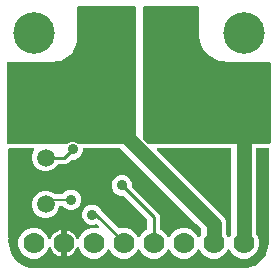
<source format=gbr>
G04 EAGLE Gerber RS-274X export*
G75*
%MOMM*%
%FSLAX34Y34*%
%LPD*%
%INBottom Copper*%
%IPPOS*%
%AMOC8*
5,1,8,0,0,1.08239X$1,22.5*%
G01*
%ADD10C,3.516000*%
%ADD11C,2.184400*%
%ADD12C,1.500000*%
%ADD13C,1.778000*%
%ADD14C,0.906400*%
%ADD15C,1.270000*%
%ADD16C,0.889000*%
%ADD17C,0.254000*%
%ADD18C,0.203200*%

G36*
X200109Y4076D02*
X200109Y4076D01*
X200199Y4077D01*
X200257Y4093D01*
X202205Y4065D01*
X202211Y4066D01*
X202224Y4065D01*
X202271Y4065D01*
X202291Y4067D01*
X202352Y4067D01*
X205585Y4274D01*
X205653Y4287D01*
X205722Y4290D01*
X205879Y4328D01*
X212068Y6239D01*
X212176Y6288D01*
X212287Y6330D01*
X212339Y6362D01*
X212358Y6371D01*
X212373Y6383D01*
X212424Y6415D01*
X217720Y10145D01*
X217808Y10225D01*
X217900Y10299D01*
X217940Y10345D01*
X217955Y10359D01*
X217966Y10376D01*
X218005Y10422D01*
X221889Y15606D01*
X221947Y15709D01*
X222012Y15808D01*
X222036Y15864D01*
X222046Y15882D01*
X222051Y15902D01*
X222074Y15957D01*
X224166Y22088D01*
X224180Y22155D01*
X224203Y22220D01*
X224228Y22379D01*
X224530Y25608D01*
X224529Y25629D01*
X224535Y25726D01*
X224535Y105156D01*
X224520Y105274D01*
X224513Y105393D01*
X224500Y105431D01*
X224495Y105472D01*
X224452Y105582D01*
X224415Y105695D01*
X224393Y105730D01*
X224378Y105767D01*
X224309Y105863D01*
X224245Y105964D01*
X224215Y105992D01*
X224192Y106025D01*
X224100Y106100D01*
X224013Y106182D01*
X223978Y106202D01*
X223947Y106227D01*
X223839Y106278D01*
X223735Y106336D01*
X223695Y106346D01*
X223659Y106363D01*
X223542Y106385D01*
X223427Y106415D01*
X223367Y106419D01*
X223347Y106423D01*
X223326Y106421D01*
X223266Y106425D01*
X214884Y106425D01*
X214766Y106410D01*
X214647Y106403D01*
X214609Y106390D01*
X214568Y106385D01*
X214458Y106342D01*
X214345Y106305D01*
X214310Y106283D01*
X214273Y106268D01*
X214177Y106198D01*
X214076Y106135D01*
X214048Y106105D01*
X214015Y106082D01*
X213939Y105990D01*
X213858Y105903D01*
X213838Y105868D01*
X213813Y105837D01*
X213762Y105729D01*
X213704Y105625D01*
X213694Y105585D01*
X213677Y105549D01*
X213655Y105432D01*
X213625Y105317D01*
X213621Y105256D01*
X213617Y105236D01*
X213619Y105216D01*
X213615Y105156D01*
X213615Y33832D01*
X213627Y33734D01*
X213630Y33635D01*
X213647Y33576D01*
X213655Y33516D01*
X213691Y33424D01*
X213719Y33329D01*
X213749Y33277D01*
X213772Y33221D01*
X213830Y33141D01*
X213880Y33055D01*
X213946Y32980D01*
X213958Y32963D01*
X213968Y32955D01*
X213986Y32934D01*
X214183Y32738D01*
X216155Y27977D01*
X216155Y22823D01*
X214183Y18062D01*
X210538Y14417D01*
X205777Y12445D01*
X200623Y12445D01*
X195862Y14417D01*
X192217Y18062D01*
X191673Y19377D01*
X191604Y19498D01*
X191539Y19621D01*
X191525Y19636D01*
X191515Y19653D01*
X191418Y19754D01*
X191325Y19856D01*
X191308Y19867D01*
X191294Y19882D01*
X191175Y19955D01*
X191059Y20031D01*
X191040Y20038D01*
X191023Y20048D01*
X190890Y20089D01*
X190758Y20134D01*
X190738Y20136D01*
X190719Y20142D01*
X190580Y20148D01*
X190441Y20159D01*
X190421Y20156D01*
X190401Y20157D01*
X190265Y20129D01*
X190128Y20105D01*
X190109Y20097D01*
X190090Y20093D01*
X189964Y20031D01*
X189838Y19974D01*
X189822Y19962D01*
X189804Y19953D01*
X189698Y19863D01*
X189590Y19776D01*
X189577Y19760D01*
X189562Y19747D01*
X189482Y19633D01*
X189398Y19522D01*
X189386Y19497D01*
X189379Y19486D01*
X189372Y19467D01*
X189327Y19377D01*
X188782Y18062D01*
X185138Y14417D01*
X180377Y12445D01*
X175223Y12445D01*
X170462Y14417D01*
X166817Y18062D01*
X166273Y19377D01*
X166204Y19498D01*
X166139Y19621D01*
X166125Y19636D01*
X166115Y19653D01*
X166018Y19754D01*
X165925Y19856D01*
X165908Y19867D01*
X165894Y19882D01*
X165775Y19955D01*
X165659Y20031D01*
X165640Y20038D01*
X165623Y20048D01*
X165490Y20089D01*
X165358Y20134D01*
X165338Y20136D01*
X165319Y20142D01*
X165180Y20148D01*
X165041Y20159D01*
X165021Y20156D01*
X165001Y20157D01*
X164865Y20129D01*
X164728Y20105D01*
X164709Y20097D01*
X164690Y20093D01*
X164564Y20031D01*
X164438Y19974D01*
X164422Y19962D01*
X164404Y19953D01*
X164298Y19863D01*
X164190Y19776D01*
X164177Y19760D01*
X164162Y19747D01*
X164082Y19633D01*
X163998Y19522D01*
X163986Y19497D01*
X163979Y19486D01*
X163972Y19467D01*
X163927Y19377D01*
X163382Y18062D01*
X159738Y14417D01*
X154977Y12445D01*
X149823Y12445D01*
X145062Y14417D01*
X141417Y18062D01*
X140873Y19377D01*
X140804Y19498D01*
X140739Y19621D01*
X140725Y19636D01*
X140715Y19653D01*
X140618Y19754D01*
X140525Y19856D01*
X140508Y19867D01*
X140494Y19882D01*
X140375Y19955D01*
X140259Y20031D01*
X140240Y20038D01*
X140223Y20048D01*
X140090Y20089D01*
X139958Y20134D01*
X139938Y20136D01*
X139919Y20142D01*
X139780Y20148D01*
X139641Y20159D01*
X139621Y20156D01*
X139601Y20157D01*
X139465Y20129D01*
X139328Y20105D01*
X139309Y20097D01*
X139290Y20093D01*
X139164Y20031D01*
X139038Y19974D01*
X139022Y19962D01*
X139004Y19953D01*
X138898Y19863D01*
X138790Y19776D01*
X138777Y19760D01*
X138762Y19747D01*
X138682Y19633D01*
X138598Y19522D01*
X138586Y19497D01*
X138579Y19486D01*
X138572Y19467D01*
X138527Y19377D01*
X137982Y18062D01*
X134338Y14417D01*
X129577Y12445D01*
X124423Y12445D01*
X119662Y14417D01*
X116017Y18062D01*
X115473Y19377D01*
X115404Y19498D01*
X115339Y19621D01*
X115325Y19636D01*
X115315Y19653D01*
X115218Y19754D01*
X115125Y19856D01*
X115108Y19867D01*
X115094Y19882D01*
X114975Y19955D01*
X114859Y20031D01*
X114840Y20038D01*
X114823Y20048D01*
X114690Y20089D01*
X114558Y20134D01*
X114538Y20136D01*
X114519Y20142D01*
X114380Y20148D01*
X114241Y20159D01*
X114221Y20156D01*
X114201Y20157D01*
X114065Y20129D01*
X113928Y20105D01*
X113909Y20097D01*
X113890Y20093D01*
X113764Y20031D01*
X113638Y19974D01*
X113622Y19962D01*
X113604Y19953D01*
X113498Y19863D01*
X113390Y19776D01*
X113377Y19760D01*
X113362Y19747D01*
X113282Y19633D01*
X113198Y19522D01*
X113186Y19497D01*
X113179Y19486D01*
X113172Y19467D01*
X113127Y19377D01*
X112582Y18062D01*
X108938Y14417D01*
X104177Y12445D01*
X99023Y12445D01*
X94262Y14417D01*
X90617Y18062D01*
X90073Y19377D01*
X90004Y19498D01*
X89939Y19621D01*
X89925Y19636D01*
X89915Y19653D01*
X89818Y19754D01*
X89725Y19856D01*
X89708Y19867D01*
X89694Y19882D01*
X89575Y19955D01*
X89459Y20031D01*
X89440Y20038D01*
X89423Y20048D01*
X89290Y20089D01*
X89158Y20134D01*
X89138Y20136D01*
X89119Y20142D01*
X88980Y20148D01*
X88841Y20159D01*
X88821Y20156D01*
X88801Y20157D01*
X88665Y20129D01*
X88528Y20105D01*
X88509Y20097D01*
X88490Y20093D01*
X88364Y20031D01*
X88238Y19974D01*
X88222Y19962D01*
X88204Y19953D01*
X88098Y19863D01*
X87990Y19776D01*
X87977Y19760D01*
X87962Y19747D01*
X87882Y19633D01*
X87798Y19522D01*
X87786Y19497D01*
X87779Y19486D01*
X87772Y19467D01*
X87727Y19377D01*
X87182Y18062D01*
X83538Y14417D01*
X78777Y12445D01*
X73623Y12445D01*
X68862Y14417D01*
X65217Y18062D01*
X63854Y21354D01*
X63839Y21380D01*
X63830Y21408D01*
X63760Y21518D01*
X63696Y21630D01*
X63675Y21652D01*
X63659Y21677D01*
X63565Y21766D01*
X63475Y21859D01*
X63449Y21874D01*
X63428Y21895D01*
X63314Y21957D01*
X63204Y22025D01*
X63175Y22034D01*
X63149Y22048D01*
X63024Y22081D01*
X62900Y22119D01*
X62870Y22120D01*
X62841Y22128D01*
X62711Y22128D01*
X62582Y22134D01*
X62553Y22128D01*
X62523Y22128D01*
X62398Y22096D01*
X62271Y22069D01*
X62244Y22056D01*
X62215Y22049D01*
X62102Y21987D01*
X61985Y21930D01*
X61962Y21910D01*
X61936Y21896D01*
X61842Y21808D01*
X61743Y21723D01*
X61726Y21699D01*
X61704Y21679D01*
X61635Y21569D01*
X61560Y21463D01*
X61549Y21435D01*
X61533Y21410D01*
X61474Y21261D01*
X61393Y21012D01*
X60577Y19409D01*
X59519Y17953D01*
X58247Y16681D01*
X56791Y15623D01*
X55188Y14807D01*
X53477Y14251D01*
X53299Y14223D01*
X53299Y24170D01*
X53284Y24288D01*
X53277Y24407D01*
X53264Y24445D01*
X53259Y24485D01*
X53216Y24596D01*
X53179Y24709D01*
X53157Y24743D01*
X53142Y24781D01*
X53073Y24877D01*
X53009Y24978D01*
X52979Y25006D01*
X52956Y25038D01*
X52864Y25114D01*
X52777Y25196D01*
X52742Y25215D01*
X52711Y25241D01*
X52603Y25292D01*
X52499Y25349D01*
X52459Y25359D01*
X52423Y25377D01*
X52316Y25397D01*
X52346Y25401D01*
X52456Y25445D01*
X52569Y25481D01*
X52604Y25503D01*
X52641Y25518D01*
X52737Y25588D01*
X52838Y25651D01*
X52866Y25681D01*
X52899Y25705D01*
X52975Y25796D01*
X53056Y25883D01*
X53076Y25918D01*
X53101Y25950D01*
X53152Y26057D01*
X53210Y26162D01*
X53220Y26201D01*
X53237Y26237D01*
X53259Y26354D01*
X53289Y26470D01*
X53293Y26530D01*
X53297Y26550D01*
X53295Y26570D01*
X53299Y26630D01*
X53299Y36577D01*
X53477Y36549D01*
X55188Y35993D01*
X56791Y35177D01*
X58247Y34119D01*
X59519Y32847D01*
X60577Y31391D01*
X61393Y29788D01*
X61474Y29539D01*
X61487Y29512D01*
X61494Y29483D01*
X61554Y29369D01*
X61609Y29252D01*
X61628Y29229D01*
X61642Y29202D01*
X61730Y29106D01*
X61812Y29007D01*
X61836Y28989D01*
X61856Y28967D01*
X61965Y28896D01*
X62069Y28820D01*
X62097Y28809D01*
X62122Y28792D01*
X62245Y28750D01*
X62365Y28702D01*
X62395Y28699D01*
X62423Y28689D01*
X62552Y28679D01*
X62680Y28662D01*
X62710Y28666D01*
X62740Y28664D01*
X62868Y28686D01*
X62996Y28702D01*
X63024Y28713D01*
X63053Y28718D01*
X63171Y28771D01*
X63292Y28819D01*
X63316Y28836D01*
X63343Y28849D01*
X63445Y28930D01*
X63549Y29006D01*
X63568Y29029D01*
X63592Y29047D01*
X63670Y29151D01*
X63752Y29250D01*
X63765Y29278D01*
X63783Y29301D01*
X63854Y29446D01*
X65217Y32738D01*
X68862Y36383D01*
X73623Y38355D01*
X78777Y38355D01*
X79017Y38255D01*
X79084Y38237D01*
X79148Y38209D01*
X79237Y38195D01*
X79324Y38171D01*
X79393Y38170D01*
X79462Y38159D01*
X79552Y38168D01*
X79642Y38166D01*
X79710Y38183D01*
X79779Y38189D01*
X79864Y38219D01*
X79951Y38240D01*
X80013Y38273D01*
X80078Y38297D01*
X80153Y38347D01*
X80232Y38389D01*
X80284Y38436D01*
X80341Y38475D01*
X80401Y38543D01*
X80467Y38603D01*
X80506Y38661D01*
X80552Y38714D01*
X80593Y38794D01*
X80642Y38869D01*
X80665Y38935D01*
X80697Y38997D01*
X80716Y39084D01*
X80745Y39170D01*
X80751Y39239D01*
X80766Y39307D01*
X80763Y39397D01*
X80771Y39487D01*
X80759Y39555D01*
X80757Y39625D01*
X80732Y39712D01*
X80716Y39800D01*
X80688Y39864D01*
X80668Y39931D01*
X80623Y40008D01*
X80586Y40090D01*
X80542Y40144D01*
X80507Y40205D01*
X80400Y40325D01*
X79402Y41323D01*
X79379Y41342D01*
X79360Y41364D01*
X79253Y41439D01*
X79151Y41518D01*
X79124Y41530D01*
X79100Y41547D01*
X78978Y41593D01*
X78859Y41645D01*
X78830Y41649D01*
X78802Y41660D01*
X78673Y41674D01*
X78545Y41695D01*
X78515Y41692D01*
X78486Y41695D01*
X78357Y41677D01*
X78228Y41665D01*
X78201Y41655D01*
X78171Y41651D01*
X78019Y41599D01*
X76623Y41020D01*
X73237Y41020D01*
X70110Y42316D01*
X67716Y44710D01*
X66420Y47837D01*
X66420Y51223D01*
X67716Y54350D01*
X70110Y56744D01*
X73237Y58040D01*
X76623Y58040D01*
X79750Y56744D01*
X82144Y54350D01*
X82529Y53423D01*
X82533Y53414D01*
X82536Y53406D01*
X82612Y53276D01*
X82686Y53146D01*
X82693Y53140D01*
X82697Y53132D01*
X82804Y53011D01*
X97318Y38496D01*
X97341Y38478D01*
X97360Y38456D01*
X97466Y38381D01*
X97569Y38302D01*
X97596Y38290D01*
X97620Y38273D01*
X97742Y38227D01*
X97861Y38175D01*
X97890Y38171D01*
X97918Y38160D01*
X98047Y38146D01*
X98175Y38125D01*
X98205Y38128D01*
X98234Y38125D01*
X98362Y38143D01*
X98492Y38155D01*
X98520Y38165D01*
X98549Y38169D01*
X98701Y38221D01*
X99023Y38355D01*
X104177Y38355D01*
X108938Y36383D01*
X112582Y32738D01*
X113127Y31423D01*
X113196Y31302D01*
X113261Y31179D01*
X113275Y31164D01*
X113285Y31147D01*
X113382Y31047D01*
X113475Y30944D01*
X113492Y30933D01*
X113506Y30918D01*
X113624Y30846D01*
X113741Y30769D01*
X113760Y30762D01*
X113777Y30752D01*
X113910Y30711D01*
X114042Y30666D01*
X114062Y30664D01*
X114081Y30658D01*
X114220Y30652D01*
X114359Y30641D01*
X114379Y30644D01*
X114399Y30643D01*
X114535Y30671D01*
X114672Y30695D01*
X114691Y30703D01*
X114710Y30707D01*
X114835Y30769D01*
X114962Y30826D01*
X114978Y30838D01*
X114996Y30847D01*
X115102Y30937D01*
X115210Y31024D01*
X115223Y31040D01*
X115238Y31053D01*
X115318Y31167D01*
X115402Y31278D01*
X115414Y31303D01*
X115421Y31314D01*
X115428Y31333D01*
X115473Y31423D01*
X116017Y32738D01*
X119662Y36383D01*
X120882Y36888D01*
X120907Y36902D01*
X120935Y36912D01*
X121045Y36981D01*
X121158Y37045D01*
X121179Y37066D01*
X121204Y37082D01*
X121293Y37176D01*
X121386Y37267D01*
X121402Y37292D01*
X121422Y37313D01*
X121485Y37427D01*
X121553Y37538D01*
X121561Y37566D01*
X121576Y37592D01*
X121608Y37718D01*
X121646Y37842D01*
X121648Y37871D01*
X121655Y37900D01*
X121665Y38060D01*
X121665Y44668D01*
X121653Y44766D01*
X121650Y44865D01*
X121633Y44923D01*
X121625Y44983D01*
X121589Y45075D01*
X121561Y45170D01*
X121531Y45222D01*
X121508Y45279D01*
X121450Y45359D01*
X121400Y45444D01*
X121364Y45485D01*
X121362Y45489D01*
X121356Y45494D01*
X121334Y45520D01*
X121322Y45536D01*
X121312Y45544D01*
X121294Y45565D01*
X101445Y65414D01*
X101367Y65474D01*
X101295Y65542D01*
X101242Y65571D01*
X101194Y65608D01*
X101103Y65648D01*
X101016Y65696D01*
X100958Y65711D01*
X100902Y65735D01*
X100804Y65750D01*
X100708Y65775D01*
X100608Y65781D01*
X100588Y65785D01*
X100576Y65783D01*
X100548Y65785D01*
X98415Y65785D01*
X95288Y67081D01*
X92894Y69475D01*
X91598Y72602D01*
X91598Y75988D01*
X92894Y79115D01*
X95288Y81509D01*
X98415Y82805D01*
X101801Y82805D01*
X104928Y81509D01*
X107322Y79115D01*
X108618Y75988D01*
X108618Y73855D01*
X108630Y73757D01*
X108633Y73658D01*
X108650Y73600D01*
X108658Y73540D01*
X108694Y73448D01*
X108722Y73353D01*
X108752Y73301D01*
X108775Y73244D01*
X108833Y73164D01*
X108883Y73079D01*
X108949Y73003D01*
X108961Y72987D01*
X108971Y72979D01*
X108989Y72958D01*
X131523Y50425D01*
X132335Y48464D01*
X132335Y38060D01*
X132338Y38031D01*
X132336Y38002D01*
X132358Y37874D01*
X132375Y37745D01*
X132385Y37717D01*
X132390Y37688D01*
X132444Y37570D01*
X132492Y37449D01*
X132509Y37425D01*
X132521Y37398D01*
X132602Y37297D01*
X132678Y37192D01*
X132701Y37173D01*
X132720Y37150D01*
X132823Y37072D01*
X132923Y36989D01*
X132950Y36976D01*
X132974Y36959D01*
X133118Y36888D01*
X134338Y36383D01*
X137982Y32738D01*
X138527Y31423D01*
X138596Y31302D01*
X138661Y31179D01*
X138675Y31164D01*
X138685Y31147D01*
X138782Y31047D01*
X138875Y30944D01*
X138892Y30933D01*
X138906Y30918D01*
X139024Y30846D01*
X139141Y30769D01*
X139160Y30762D01*
X139177Y30752D01*
X139310Y30711D01*
X139442Y30666D01*
X139462Y30664D01*
X139481Y30658D01*
X139620Y30652D01*
X139759Y30641D01*
X139779Y30644D01*
X139799Y30643D01*
X139935Y30671D01*
X140072Y30695D01*
X140091Y30703D01*
X140110Y30707D01*
X140235Y30769D01*
X140362Y30826D01*
X140378Y30838D01*
X140396Y30847D01*
X140502Y30937D01*
X140610Y31024D01*
X140623Y31040D01*
X140638Y31053D01*
X140718Y31167D01*
X140802Y31278D01*
X140814Y31303D01*
X140821Y31314D01*
X140828Y31333D01*
X140873Y31423D01*
X141417Y32738D01*
X145062Y36383D01*
X149823Y38355D01*
X154977Y38355D01*
X159738Y36383D01*
X163382Y32738D01*
X163927Y31423D01*
X163996Y31302D01*
X164061Y31179D01*
X164075Y31164D01*
X164085Y31147D01*
X164182Y31047D01*
X164275Y30944D01*
X164292Y30933D01*
X164306Y30918D01*
X164424Y30846D01*
X164541Y30769D01*
X164560Y30762D01*
X164577Y30752D01*
X164710Y30711D01*
X164842Y30666D01*
X164862Y30664D01*
X164881Y30658D01*
X165020Y30652D01*
X165159Y30641D01*
X165179Y30644D01*
X165199Y30643D01*
X165335Y30671D01*
X165472Y30695D01*
X165491Y30703D01*
X165510Y30707D01*
X165635Y30769D01*
X165762Y30826D01*
X165778Y30838D01*
X165796Y30847D01*
X165902Y30937D01*
X166010Y31024D01*
X166023Y31040D01*
X166038Y31053D01*
X166118Y31167D01*
X166202Y31278D01*
X166214Y31303D01*
X166221Y31314D01*
X166228Y31333D01*
X166273Y31423D01*
X166817Y32738D01*
X167013Y32934D01*
X167074Y33012D01*
X167142Y33085D01*
X167171Y33138D01*
X167208Y33185D01*
X167248Y33276D01*
X167296Y33363D01*
X167311Y33422D01*
X167335Y33477D01*
X167350Y33575D01*
X167375Y33671D01*
X167381Y33771D01*
X167385Y33791D01*
X167383Y33804D01*
X167385Y33832D01*
X167385Y37070D01*
X167373Y37169D01*
X167370Y37268D01*
X167364Y37288D01*
X167363Y37302D01*
X167352Y37337D01*
X167345Y37386D01*
X167309Y37478D01*
X167281Y37573D01*
X167268Y37597D01*
X167265Y37605D01*
X167249Y37630D01*
X167228Y37682D01*
X167170Y37762D01*
X167120Y37847D01*
X167054Y37922D01*
X167042Y37939D01*
X167032Y37947D01*
X167014Y37968D01*
X163571Y41411D01*
X163563Y41416D01*
X163558Y41424D01*
X163438Y41513D01*
X163319Y41606D01*
X163311Y41609D01*
X163303Y41615D01*
X163159Y41686D01*
X162777Y41844D01*
X98568Y106054D01*
X98489Y106114D01*
X98417Y106182D01*
X98364Y106211D01*
X98316Y106248D01*
X98225Y106288D01*
X98139Y106336D01*
X98080Y106351D01*
X98025Y106375D01*
X97927Y106390D01*
X97831Y106415D01*
X97731Y106421D01*
X97711Y106425D01*
X97698Y106423D01*
X97670Y106425D01*
X68286Y106425D01*
X68168Y106410D01*
X68049Y106403D01*
X68011Y106390D01*
X67970Y106385D01*
X67860Y106342D01*
X67747Y106305D01*
X67712Y106283D01*
X67675Y106268D01*
X67579Y106199D01*
X67478Y106135D01*
X67450Y106105D01*
X67417Y106082D01*
X67341Y105990D01*
X67260Y105903D01*
X67240Y105868D01*
X67215Y105837D01*
X67164Y105729D01*
X67106Y105625D01*
X67096Y105585D01*
X67079Y105549D01*
X67057Y105432D01*
X67027Y105317D01*
X67023Y105257D01*
X67019Y105237D01*
X67021Y105216D01*
X67017Y105156D01*
X67017Y103140D01*
X65708Y99980D01*
X63290Y97562D01*
X60130Y96253D01*
X57893Y96253D01*
X57795Y96241D01*
X57696Y96238D01*
X57638Y96221D01*
X57578Y96213D01*
X57486Y96177D01*
X57391Y96149D01*
X57339Y96119D01*
X57282Y96096D01*
X57202Y96038D01*
X57117Y95988D01*
X57041Y95922D01*
X57025Y95910D01*
X57017Y95900D01*
X56996Y95882D01*
X54382Y93267D01*
X52421Y92455D01*
X46716Y92455D01*
X46687Y92452D01*
X46657Y92454D01*
X46529Y92432D01*
X46400Y92415D01*
X46373Y92405D01*
X46344Y92400D01*
X46225Y92346D01*
X46105Y92298D01*
X46081Y92281D01*
X46054Y92269D01*
X45953Y92188D01*
X45847Y92112D01*
X45829Y92089D01*
X45805Y92070D01*
X45727Y91967D01*
X45645Y91867D01*
X45632Y91840D01*
X45614Y91816D01*
X45543Y91672D01*
X45364Y91239D01*
X42111Y87986D01*
X37860Y86225D01*
X33260Y86225D01*
X29009Y87986D01*
X25756Y91239D01*
X23995Y95490D01*
X23995Y100090D01*
X25776Y104389D01*
X25847Y104475D01*
X25856Y104494D01*
X25868Y104510D01*
X25924Y104638D01*
X25983Y104763D01*
X25987Y104783D01*
X25995Y104802D01*
X26017Y104940D01*
X26043Y105076D01*
X26041Y105096D01*
X26045Y105116D01*
X26032Y105255D01*
X26023Y105393D01*
X26017Y105412D01*
X26015Y105432D01*
X25968Y105564D01*
X25925Y105695D01*
X25914Y105713D01*
X25907Y105732D01*
X25829Y105847D01*
X25755Y105964D01*
X25740Y105978D01*
X25729Y105995D01*
X25625Y106087D01*
X25523Y106182D01*
X25505Y106192D01*
X25490Y106205D01*
X25367Y106268D01*
X25245Y106336D01*
X25225Y106341D01*
X25207Y106350D01*
X25071Y106380D01*
X24937Y106415D01*
X24909Y106417D01*
X24897Y106420D01*
X24876Y106419D01*
X24776Y106425D01*
X5334Y106425D01*
X5216Y106410D01*
X5097Y106403D01*
X5059Y106390D01*
X5018Y106385D01*
X4908Y106342D01*
X4795Y106305D01*
X4760Y106283D01*
X4723Y106268D01*
X4627Y106199D01*
X4526Y106135D01*
X4498Y106105D01*
X4465Y106082D01*
X4389Y105990D01*
X4308Y105903D01*
X4288Y105868D01*
X4263Y105837D01*
X4212Y105729D01*
X4154Y105625D01*
X4144Y105585D01*
X4127Y105549D01*
X4105Y105432D01*
X4075Y105317D01*
X4071Y105257D01*
X4067Y105237D01*
X4069Y105216D01*
X4065Y105156D01*
X4065Y30002D01*
X4073Y29934D01*
X4072Y29865D01*
X4093Y29777D01*
X4105Y29687D01*
X4130Y29622D01*
X4146Y29555D01*
X4066Y27873D01*
X4067Y27856D01*
X4065Y27813D01*
X4065Y27492D01*
X4066Y27480D01*
X4065Y27452D01*
X4163Y24296D01*
X4174Y24228D01*
X4175Y24159D01*
X4207Y24001D01*
X5968Y17552D01*
X6014Y17442D01*
X6052Y17330D01*
X6082Y17277D01*
X6090Y17258D01*
X6102Y17242D01*
X6132Y17190D01*
X9799Y11601D01*
X9876Y11511D01*
X9947Y11416D01*
X9992Y11375D01*
X10006Y11359D01*
X10022Y11348D01*
X10066Y11307D01*
X15281Y7125D01*
X15382Y7063D01*
X15479Y6995D01*
X15535Y6970D01*
X15552Y6959D01*
X15572Y6953D01*
X15626Y6928D01*
X21878Y4563D01*
X21945Y4546D01*
X22010Y4521D01*
X22168Y4491D01*
X25445Y4075D01*
X25446Y4075D01*
X25447Y4075D01*
X25606Y4065D01*
X200020Y4065D01*
X200109Y4076D01*
G37*
G36*
X53079Y109233D02*
X53079Y109233D01*
X53178Y109236D01*
X53237Y109253D01*
X53297Y109261D01*
X53389Y109297D01*
X53484Y109325D01*
X53536Y109355D01*
X53592Y109378D01*
X53672Y109436D01*
X53758Y109486D01*
X53833Y109552D01*
X53850Y109564D01*
X53857Y109574D01*
X53879Y109593D01*
X54701Y110415D01*
X57114Y111415D01*
X59726Y111415D01*
X62139Y110415D01*
X62961Y109593D01*
X63040Y109532D01*
X63112Y109464D01*
X63165Y109435D01*
X63213Y109398D01*
X63304Y109358D01*
X63390Y109310D01*
X63449Y109295D01*
X63505Y109271D01*
X63603Y109256D01*
X63698Y109231D01*
X63798Y109225D01*
X63819Y109221D01*
X63831Y109223D01*
X63859Y109221D01*
X110490Y109221D01*
X110608Y109236D01*
X110727Y109243D01*
X110765Y109256D01*
X110806Y109261D01*
X110916Y109304D01*
X111029Y109341D01*
X111064Y109363D01*
X111101Y109378D01*
X111197Y109448D01*
X111298Y109511D01*
X111326Y109541D01*
X111359Y109564D01*
X111435Y109656D01*
X111516Y109743D01*
X111536Y109778D01*
X111561Y109809D01*
X111612Y109917D01*
X111670Y110021D01*
X111680Y110061D01*
X111697Y110097D01*
X111719Y110214D01*
X111749Y110329D01*
X111753Y110390D01*
X111757Y110410D01*
X111755Y110430D01*
X111759Y110490D01*
X111759Y224790D01*
X111744Y224908D01*
X111737Y225027D01*
X111724Y225065D01*
X111719Y225106D01*
X111676Y225216D01*
X111639Y225329D01*
X111617Y225364D01*
X111602Y225401D01*
X111533Y225497D01*
X111469Y225598D01*
X111439Y225626D01*
X111416Y225659D01*
X111324Y225735D01*
X111237Y225816D01*
X111202Y225836D01*
X111171Y225861D01*
X111063Y225912D01*
X110959Y225970D01*
X110919Y225980D01*
X110883Y225997D01*
X110766Y226019D01*
X110651Y226049D01*
X110591Y226053D01*
X110571Y226057D01*
X110550Y226055D01*
X110490Y226059D01*
X63500Y226059D01*
X63382Y226044D01*
X63263Y226037D01*
X63225Y226024D01*
X63184Y226019D01*
X63074Y225976D01*
X62961Y225939D01*
X62926Y225917D01*
X62889Y225902D01*
X62793Y225833D01*
X62692Y225769D01*
X62664Y225739D01*
X62631Y225716D01*
X62556Y225624D01*
X62474Y225537D01*
X62454Y225502D01*
X62429Y225471D01*
X62378Y225363D01*
X62320Y225259D01*
X62310Y225219D01*
X62293Y225183D01*
X62271Y225066D01*
X62241Y224951D01*
X62237Y224891D01*
X62233Y224871D01*
X62235Y224850D01*
X62231Y224790D01*
X62231Y199440D01*
X61977Y196212D01*
X61232Y193112D01*
X60013Y190166D01*
X58347Y187448D01*
X56276Y185024D01*
X53852Y182953D01*
X51134Y181288D01*
X48188Y180068D01*
X45088Y179323D01*
X41860Y179069D01*
X3810Y179069D01*
X3692Y179054D01*
X3573Y179047D01*
X3535Y179034D01*
X3494Y179029D01*
X3384Y178986D01*
X3271Y178949D01*
X3236Y178927D01*
X3199Y178912D01*
X3103Y178843D01*
X3002Y178779D01*
X2974Y178749D01*
X2941Y178726D01*
X2865Y178634D01*
X2784Y178547D01*
X2764Y178512D01*
X2739Y178481D01*
X2688Y178373D01*
X2630Y178269D01*
X2620Y178229D01*
X2603Y178193D01*
X2581Y178076D01*
X2551Y177961D01*
X2547Y177901D01*
X2543Y177881D01*
X2545Y177860D01*
X2543Y177841D01*
X2541Y177800D01*
X2541Y110490D01*
X2556Y110372D01*
X2563Y110253D01*
X2576Y110215D01*
X2581Y110174D01*
X2624Y110064D01*
X2661Y109951D01*
X2683Y109916D01*
X2698Y109879D01*
X2767Y109783D01*
X2831Y109682D01*
X2861Y109654D01*
X2884Y109621D01*
X2976Y109546D01*
X3063Y109464D01*
X3098Y109444D01*
X3129Y109419D01*
X3237Y109368D01*
X3341Y109310D01*
X3381Y109300D01*
X3417Y109283D01*
X3534Y109261D01*
X3649Y109231D01*
X3709Y109227D01*
X3729Y109223D01*
X3750Y109225D01*
X3810Y109221D01*
X52981Y109221D01*
X53079Y109233D01*
G37*
G36*
X224908Y109236D02*
X224908Y109236D01*
X225027Y109243D01*
X225065Y109256D01*
X225106Y109261D01*
X225216Y109304D01*
X225329Y109341D01*
X225364Y109363D01*
X225401Y109378D01*
X225497Y109448D01*
X225598Y109511D01*
X225626Y109541D01*
X225659Y109564D01*
X225735Y109656D01*
X225816Y109743D01*
X225836Y109778D01*
X225861Y109809D01*
X225912Y109917D01*
X225970Y110021D01*
X225980Y110061D01*
X225997Y110097D01*
X226019Y110214D01*
X226049Y110329D01*
X226053Y110390D01*
X226057Y110410D01*
X226055Y110430D01*
X226059Y110490D01*
X226059Y177800D01*
X226044Y177918D01*
X226037Y178037D01*
X226024Y178075D01*
X226019Y178116D01*
X225976Y178226D01*
X225939Y178339D01*
X225917Y178374D01*
X225902Y178411D01*
X225833Y178507D01*
X225769Y178608D01*
X225739Y178636D01*
X225716Y178669D01*
X225624Y178745D01*
X225537Y178826D01*
X225502Y178846D01*
X225471Y178871D01*
X225363Y178922D01*
X225259Y178980D01*
X225219Y178990D01*
X225183Y179007D01*
X225066Y179029D01*
X224951Y179059D01*
X224891Y179063D01*
X224871Y179067D01*
X224850Y179065D01*
X224790Y179069D01*
X189276Y179069D01*
X185796Y179318D01*
X182432Y180050D01*
X179207Y181253D01*
X176186Y182903D01*
X173430Y184966D01*
X170996Y187400D01*
X168933Y190156D01*
X167283Y193177D01*
X166080Y196402D01*
X165348Y199766D01*
X165099Y203246D01*
X165099Y224790D01*
X165084Y224908D01*
X165077Y225027D01*
X165064Y225065D01*
X165059Y225106D01*
X165016Y225216D01*
X164979Y225329D01*
X164957Y225364D01*
X164942Y225401D01*
X164873Y225497D01*
X164809Y225598D01*
X164779Y225626D01*
X164756Y225659D01*
X164664Y225735D01*
X164577Y225816D01*
X164542Y225836D01*
X164511Y225861D01*
X164403Y225912D01*
X164299Y225970D01*
X164259Y225980D01*
X164223Y225997D01*
X164106Y226019D01*
X163991Y226049D01*
X163931Y226053D01*
X163911Y226057D01*
X163890Y226055D01*
X163830Y226059D01*
X119380Y226059D01*
X119262Y226044D01*
X119143Y226037D01*
X119105Y226024D01*
X119064Y226019D01*
X118954Y225976D01*
X118841Y225939D01*
X118806Y225917D01*
X118769Y225902D01*
X118673Y225833D01*
X118572Y225769D01*
X118544Y225739D01*
X118511Y225716D01*
X118436Y225624D01*
X118354Y225537D01*
X118334Y225502D01*
X118309Y225471D01*
X118258Y225363D01*
X118200Y225259D01*
X118190Y225219D01*
X118173Y225183D01*
X118151Y225066D01*
X118121Y224951D01*
X118117Y224891D01*
X118113Y224871D01*
X118115Y224850D01*
X118111Y224790D01*
X118111Y113620D01*
X118123Y113522D01*
X118126Y113423D01*
X118143Y113364D01*
X118151Y113304D01*
X118187Y113212D01*
X118215Y113117D01*
X118245Y113065D01*
X118268Y113009D01*
X118326Y112929D01*
X118376Y112843D01*
X118442Y112768D01*
X118454Y112751D01*
X118464Y112743D01*
X118483Y112722D01*
X121612Y109593D01*
X121691Y109532D01*
X121763Y109464D01*
X121816Y109435D01*
X121864Y109398D01*
X121955Y109358D01*
X122041Y109310D01*
X122100Y109295D01*
X122155Y109271D01*
X122253Y109256D01*
X122349Y109231D01*
X122449Y109225D01*
X122470Y109221D01*
X122482Y109223D01*
X122510Y109221D01*
X224790Y109221D01*
X224908Y109236D01*
G37*
G36*
X190579Y30644D02*
X190579Y30644D01*
X190599Y30643D01*
X190735Y30671D01*
X190872Y30695D01*
X190891Y30703D01*
X190910Y30707D01*
X191035Y30769D01*
X191162Y30826D01*
X191178Y30838D01*
X191196Y30847D01*
X191302Y30937D01*
X191410Y31024D01*
X191423Y31040D01*
X191438Y31053D01*
X191518Y31167D01*
X191602Y31278D01*
X191614Y31303D01*
X191621Y31314D01*
X191628Y31333D01*
X191673Y31423D01*
X192217Y32738D01*
X192414Y32934D01*
X192474Y33013D01*
X192542Y33085D01*
X192571Y33138D01*
X192608Y33186D01*
X192648Y33277D01*
X192696Y33363D01*
X192711Y33422D01*
X192735Y33477D01*
X192750Y33575D01*
X192775Y33671D01*
X192781Y33771D01*
X192785Y33791D01*
X192783Y33804D01*
X192785Y33832D01*
X192785Y105156D01*
X192770Y105274D01*
X192763Y105393D01*
X192750Y105431D01*
X192745Y105472D01*
X192702Y105582D01*
X192665Y105695D01*
X192643Y105730D01*
X192628Y105767D01*
X192559Y105863D01*
X192495Y105964D01*
X192465Y105992D01*
X192442Y106025D01*
X192350Y106100D01*
X192263Y106182D01*
X192228Y106202D01*
X192197Y106227D01*
X192089Y106278D01*
X191985Y106336D01*
X191945Y106346D01*
X191909Y106363D01*
X191792Y106385D01*
X191677Y106415D01*
X191617Y106419D01*
X191597Y106423D01*
X191576Y106421D01*
X191516Y106425D01*
X130718Y106425D01*
X130580Y106408D01*
X130441Y106395D01*
X130422Y106388D01*
X130402Y106385D01*
X130273Y106334D01*
X130142Y106287D01*
X130125Y106276D01*
X130106Y106268D01*
X129994Y106187D01*
X129879Y106109D01*
X129865Y106093D01*
X129849Y106082D01*
X129760Y105974D01*
X129668Y105870D01*
X129659Y105852D01*
X129646Y105837D01*
X129587Y105711D01*
X129524Y105587D01*
X129519Y105567D01*
X129511Y105549D01*
X129485Y105413D01*
X129454Y105277D01*
X129455Y105256D01*
X129451Y105237D01*
X129459Y105098D01*
X129464Y104959D01*
X129469Y104939D01*
X129471Y104919D01*
X129513Y104787D01*
X129552Y104653D01*
X129562Y104636D01*
X129569Y104617D01*
X129643Y104499D01*
X129714Y104379D01*
X129732Y104358D01*
X129739Y104348D01*
X129754Y104334D01*
X129820Y104259D01*
X174143Y59935D01*
X174151Y59930D01*
X174156Y59922D01*
X174276Y59833D01*
X174394Y59740D01*
X174403Y59737D01*
X174410Y59731D01*
X174555Y59660D01*
X174936Y59502D01*
X186629Y47809D01*
X188215Y43982D01*
X188215Y33832D01*
X188227Y33733D01*
X188230Y33634D01*
X188247Y33576D01*
X188255Y33516D01*
X188291Y33424D01*
X188319Y33329D01*
X188349Y33277D01*
X188372Y33221D01*
X188430Y33140D01*
X188480Y33055D01*
X188546Y32980D01*
X188558Y32963D01*
X188568Y32955D01*
X188587Y32934D01*
X188782Y32738D01*
X189327Y31423D01*
X189396Y31302D01*
X189461Y31179D01*
X189475Y31164D01*
X189485Y31147D01*
X189582Y31047D01*
X189675Y30944D01*
X189692Y30933D01*
X189706Y30918D01*
X189824Y30846D01*
X189941Y30769D01*
X189960Y30762D01*
X189977Y30752D01*
X190110Y30711D01*
X190242Y30666D01*
X190262Y30664D01*
X190281Y30658D01*
X190420Y30652D01*
X190559Y30641D01*
X190579Y30644D01*
G37*
%LPC*%
G36*
X22823Y12445D02*
X22823Y12445D01*
X18062Y14417D01*
X14417Y18062D01*
X12445Y22823D01*
X12445Y27977D01*
X14417Y32738D01*
X18062Y36383D01*
X22823Y38355D01*
X27977Y38355D01*
X32738Y36383D01*
X36383Y32738D01*
X37746Y29446D01*
X37761Y29420D01*
X37770Y29392D01*
X37840Y29282D01*
X37904Y29170D01*
X37925Y29148D01*
X37941Y29123D01*
X38035Y29034D01*
X38125Y28941D01*
X38151Y28926D01*
X38172Y28905D01*
X38286Y28843D01*
X38396Y28775D01*
X38425Y28766D01*
X38451Y28752D01*
X38576Y28719D01*
X38700Y28681D01*
X38730Y28680D01*
X38759Y28672D01*
X38889Y28672D01*
X39018Y28666D01*
X39047Y28672D01*
X39077Y28672D01*
X39202Y28704D01*
X39329Y28731D01*
X39356Y28744D01*
X39385Y28751D01*
X39498Y28813D01*
X39615Y28870D01*
X39638Y28890D01*
X39664Y28904D01*
X39758Y28992D01*
X39857Y29077D01*
X39874Y29101D01*
X39896Y29121D01*
X39965Y29231D01*
X40040Y29337D01*
X40051Y29365D01*
X40067Y29390D01*
X40126Y29539D01*
X40207Y29788D01*
X41023Y31391D01*
X42081Y32847D01*
X43353Y34119D01*
X44809Y35177D01*
X46412Y35993D01*
X48123Y36549D01*
X48301Y36577D01*
X48301Y26630D01*
X48316Y26512D01*
X48323Y26393D01*
X48335Y26355D01*
X48341Y26315D01*
X48384Y26204D01*
X48421Y26091D01*
X48443Y26057D01*
X48458Y26019D01*
X48527Y25923D01*
X48591Y25822D01*
X48621Y25794D01*
X48644Y25762D01*
X48736Y25686D01*
X48823Y25604D01*
X48858Y25585D01*
X48889Y25559D01*
X48997Y25508D01*
X49101Y25451D01*
X49141Y25441D01*
X49177Y25423D01*
X49284Y25403D01*
X49254Y25399D01*
X49144Y25355D01*
X49031Y25319D01*
X48996Y25297D01*
X48959Y25282D01*
X48862Y25212D01*
X48762Y25149D01*
X48734Y25119D01*
X48701Y25095D01*
X48625Y25004D01*
X48544Y24917D01*
X48524Y24882D01*
X48499Y24850D01*
X48448Y24743D01*
X48390Y24638D01*
X48380Y24599D01*
X48363Y24563D01*
X48341Y24446D01*
X48311Y24330D01*
X48307Y24270D01*
X48303Y24250D01*
X48305Y24230D01*
X48301Y24170D01*
X48301Y14223D01*
X48123Y14251D01*
X46412Y14807D01*
X44809Y15623D01*
X43353Y16681D01*
X42081Y17953D01*
X41023Y19409D01*
X40207Y21012D01*
X40126Y21261D01*
X40113Y21288D01*
X40106Y21317D01*
X40046Y21431D01*
X39991Y21548D01*
X39972Y21571D01*
X39958Y21598D01*
X39870Y21694D01*
X39788Y21793D01*
X39764Y21811D01*
X39744Y21833D01*
X39635Y21904D01*
X39531Y21980D01*
X39503Y21991D01*
X39478Y22008D01*
X39355Y22050D01*
X39235Y22098D01*
X39205Y22101D01*
X39177Y22111D01*
X39048Y22121D01*
X38920Y22138D01*
X38890Y22134D01*
X38860Y22136D01*
X38732Y22114D01*
X38604Y22098D01*
X38576Y22087D01*
X38547Y22082D01*
X38429Y22029D01*
X38308Y21981D01*
X38284Y21964D01*
X38257Y21951D01*
X38155Y21870D01*
X38051Y21794D01*
X38032Y21771D01*
X38008Y21753D01*
X37930Y21649D01*
X37848Y21550D01*
X37835Y21522D01*
X37817Y21499D01*
X37746Y21354D01*
X36383Y18062D01*
X32738Y14417D01*
X27977Y12445D01*
X22823Y12445D01*
G37*
%LPD*%
%LPC*%
G36*
X33260Y46855D02*
X33260Y46855D01*
X29009Y48616D01*
X25756Y51869D01*
X23995Y56120D01*
X23995Y60720D01*
X25756Y64971D01*
X29009Y68224D01*
X33260Y69985D01*
X37860Y69985D01*
X42111Y68224D01*
X42652Y67683D01*
X42731Y67622D01*
X42803Y67554D01*
X42856Y67525D01*
X42904Y67488D01*
X42995Y67448D01*
X43081Y67400D01*
X43140Y67385D01*
X43196Y67361D01*
X43294Y67346D01*
X43389Y67321D01*
X43489Y67315D01*
X43510Y67311D01*
X43522Y67313D01*
X43550Y67311D01*
X49547Y67311D01*
X49646Y67323D01*
X49745Y67326D01*
X49803Y67343D01*
X49863Y67351D01*
X49955Y67387D01*
X50050Y67415D01*
X50102Y67445D01*
X50159Y67468D01*
X50239Y67526D01*
X50324Y67576D01*
X50399Y67642D01*
X50416Y67654D01*
X50424Y67664D01*
X50445Y67682D01*
X52280Y69518D01*
X55440Y70827D01*
X58860Y70827D01*
X62020Y69518D01*
X64438Y67100D01*
X65747Y63940D01*
X65747Y60520D01*
X64438Y57360D01*
X62020Y54942D01*
X58860Y53633D01*
X55440Y53633D01*
X52280Y54942D01*
X50445Y56778D01*
X50367Y56838D01*
X50294Y56906D01*
X50241Y56935D01*
X50194Y56972D01*
X50103Y57012D01*
X50016Y57060D01*
X49957Y57075D01*
X49902Y57099D01*
X49804Y57114D01*
X49708Y57139D01*
X49608Y57145D01*
X49588Y57149D01*
X49575Y57147D01*
X49547Y57149D01*
X48394Y57149D01*
X48276Y57134D01*
X48157Y57127D01*
X48119Y57114D01*
X48078Y57109D01*
X47968Y57066D01*
X47855Y57029D01*
X47820Y57007D01*
X47783Y56992D01*
X47687Y56923D01*
X47586Y56859D01*
X47558Y56829D01*
X47525Y56806D01*
X47449Y56714D01*
X47368Y56627D01*
X47348Y56592D01*
X47323Y56561D01*
X47294Y56499D01*
X47292Y56497D01*
X47259Y56429D01*
X47214Y56349D01*
X47206Y56315D01*
X47197Y56293D01*
X47187Y56273D01*
X47186Y56268D01*
X45364Y51869D01*
X42111Y48616D01*
X37860Y46855D01*
X33260Y46855D01*
G37*
%LPD*%
D10*
X203200Y203200D03*
X25400Y203200D03*
D11*
X88900Y201422D02*
X88900Y179578D01*
X139700Y179578D02*
X139700Y201422D01*
D12*
X35560Y97790D03*
X35560Y58420D03*
D13*
X25400Y25400D03*
X50800Y25400D03*
X76200Y25400D03*
X101600Y25400D03*
X127000Y25400D03*
X152400Y25400D03*
X177800Y25400D03*
X203200Y25400D03*
D14*
X7620Y116840D03*
X66040Y115570D03*
X58420Y147320D03*
X97790Y157480D03*
X97790Y135890D03*
X8890Y147320D03*
X29210Y168910D03*
X66040Y168910D03*
X38100Y129540D03*
D15*
X177800Y41910D02*
X177800Y25400D01*
X169037Y50673D02*
X168677Y50673D01*
X88900Y130450D01*
X169037Y50673D02*
X177800Y41910D01*
X88900Y130450D02*
X88900Y190500D01*
D14*
X218440Y172720D03*
X218440Y129540D03*
X194310Y144780D03*
X194310Y119380D03*
X189230Y168910D03*
X172720Y133350D03*
X158750Y160020D03*
X129540Y158750D03*
X160020Y118110D03*
X129540Y137160D03*
D15*
X203200Y127000D02*
X203200Y25400D01*
X203200Y127000D02*
X139700Y190500D01*
D16*
X74930Y49530D03*
D17*
X75057Y49657D02*
X78613Y49657D01*
X75057Y49657D02*
X74930Y49530D01*
X78613Y49657D02*
X101600Y26670D01*
X101600Y25400D01*
D14*
X58420Y104850D03*
D17*
X51360Y97790D02*
X35560Y97790D01*
X51360Y97790D02*
X58420Y104850D01*
D14*
X57150Y62230D03*
D18*
X39370Y62230D01*
X35560Y58420D01*
D16*
X55880Y81280D03*
X105410Y45720D03*
X146050Y49530D03*
X113030Y77470D03*
X158750Y90170D03*
X100108Y74295D03*
D17*
X127000Y47403D02*
X127000Y25400D01*
X127000Y47403D02*
X100108Y74295D01*
M02*

</source>
